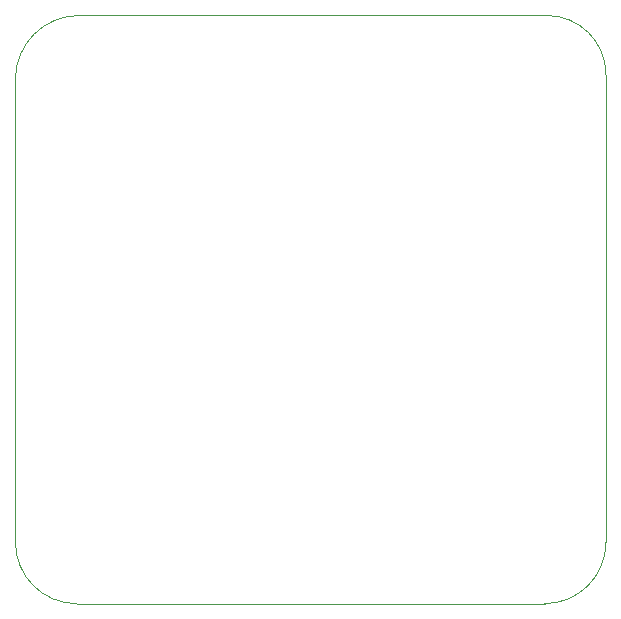
<source format=gbr>
%TF.GenerationSoftware,KiCad,Pcbnew,(6.0.7)*%
%TF.CreationDate,2023-05-29T18:59:42-07:00*%
%TF.ProjectId,STM32F4_Breakout,53544d33-3246-4345-9f42-7265616b6f75,rev?*%
%TF.SameCoordinates,Original*%
%TF.FileFunction,Profile,NP*%
%FSLAX46Y46*%
G04 Gerber Fmt 4.6, Leading zero omitted, Abs format (unit mm)*
G04 Created by KiCad (PCBNEW (6.0.7)) date 2023-05-29 18:59:42*
%MOMM*%
%LPD*%
G01*
G04 APERTURE LIST*
%TA.AperFunction,Profile*%
%ADD10C,0.100000*%
%TD*%
G04 APERTURE END LIST*
D10*
X110400000Y-44800000D02*
X110400000Y-84400000D01*
X60400000Y-84400000D02*
X60400000Y-45200000D01*
X65800000Y-39800000D02*
X105400000Y-39800000D01*
X60400000Y-84400000D02*
G75*
G03*
X65600000Y-89600000I5200000J0D01*
G01*
X105200000Y-89600000D02*
X65600000Y-89600000D01*
X110400000Y-44800000D02*
G75*
G03*
X105400000Y-39800000I-5000000J0D01*
G01*
X105200000Y-89600000D02*
G75*
G03*
X110400000Y-84400000I0J5200000D01*
G01*
X65800000Y-39800000D02*
G75*
G03*
X60400000Y-45200000I0J-5400000D01*
G01*
M02*

</source>
